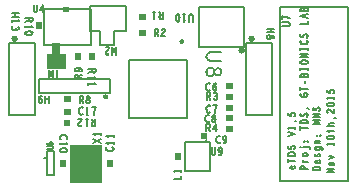
<source format=gto>
G04 ================== begin FILE IDENTIFICATION RECORD ==================*
G04 Layout Name:  C:/Users/msahadat3/Dropbox/GATech/eTDS_PCB/allegro/ETDS_PCB_V1_5.brd*
G04 Film Name:    SILKSCREEN_TOP*
G04 File Format:  Gerber RS274X*
G04 File Origin:  Cadence Allegro 16.6-2015-S056*
G04 Origin Date:  Wed Nov 11 17:54:27 2015*
G04 *
G04 Layer:  REF DES/SILKSCREEN_TOP*
G04 Layer:  PACKAGE GEOMETRY/SILKSCREEN_TOP*
G04 Layer:  BOARD GEOMETRY/SILKSCREEN_TOP*
G04 *
G04 Offset:    (0.00 0.00)*
G04 Mirror:    No*
G04 Mode:      Positive*
G04 Rotation:  0*
G04 FullContactRelief:  No*
G04 UndefLineWidth:     5.00*
G04 ================== end FILE IDENTIFICATION RECORD ====================*
%FSLAX25Y25*MOIN*%
%IR0*IPPOS*OFA0.00000B0.00000*MIA0B0*SFA1.00000B1.00000*%
%ADD10C,.005*%
G75*
%LPD*%
G75*
G36*
G01X761200Y1707250D02*
X759200D01*
Y1705050D01*
X761200D01*
Y1707250D01*
G37*
G36*
G01X753352Y1701808D02*
G03I-1114J0D01*
G37*
G36*
G01X769300Y1661300D02*
X767300D01*
Y1659100D01*
X769300D01*
Y1661300D01*
G37*
G36*
G01X770750Y1653900D02*
X781450D01*
Y1666500D01*
X770750D01*
Y1653900D01*
G37*
G36*
G01X770800Y1672700D02*
Y1674700D01*
X768600D01*
Y1672700D01*
X770800D01*
G37*
G36*
G01X768700Y1678400D02*
Y1676400D01*
X770900D01*
Y1678400D01*
X768700D01*
G37*
G36*
G01Y1682600D02*
Y1680600D01*
X770900D01*
Y1682600D01*
X768700D01*
G37*
G36*
G01X764800Y1696700D02*
Y1700400D01*
X767400D01*
Y1696700D01*
X769400D01*
Y1691800D01*
X762900D01*
Y1696700D01*
X764800D01*
G37*
G36*
G01X772400Y1694800D02*
X774400D01*
Y1697000D01*
X772400D01*
Y1694800D01*
G37*
G36*
G01X768500Y1712500D02*
Y1710700D01*
X770500D01*
Y1712500D01*
X768500D01*
G37*
G36*
G01X782900Y1659100D02*
X784900D01*
Y1661300D01*
X782900D01*
Y1659100D01*
G37*
G36*
G01X783416Y1682457D02*
G03I-880J0D01*
G37*
G36*
G01X778900Y1697000D02*
X776900D01*
Y1694800D01*
X778900D01*
Y1697000D01*
G37*
G36*
G01X793800Y1704800D02*
Y1702800D01*
X796000D01*
Y1704800D01*
X793800D01*
G37*
G36*
G01X796000Y1708100D02*
Y1710100D01*
X793800D01*
Y1708100D01*
X796000D01*
G37*
G36*
G01X805600Y1661500D02*
X807600D01*
Y1663700D01*
X805600D01*
Y1661500D01*
G37*
G36*
G01X808706Y1700900D02*
G03I-806J0D01*
G37*
G36*
G01X822700Y1672700D02*
Y1670700D01*
X824900D01*
Y1672700D01*
X822700D01*
G37*
G36*
G01X814250Y1670550D02*
Y1668550D01*
X816450D01*
Y1670550D01*
X814250D01*
G37*
G36*
G01X822700Y1679900D02*
Y1677900D01*
X824900D01*
Y1679900D01*
X822700D01*
G37*
G36*
G01Y1676300D02*
Y1674300D01*
X824900D01*
Y1676300D01*
X822700D01*
G37*
G36*
G01X816547Y1668000D02*
G03I-447J0D01*
G37*
G36*
G01X822700Y1683500D02*
Y1681500D01*
X824900D01*
Y1683500D01*
X822700D01*
G37*
G36*
G01Y1687100D02*
Y1685100D01*
X824900D01*
Y1687100D01*
X822700D01*
G37*
G36*
G01X832352Y1701808D02*
G03I-1114J0D01*
G37*
G36*
G01X829006Y1697926D02*
G03I-1113J0D01*
G37*
G54D10*
G01X759093Y1700569D02*
X750431D01*
Y1676553D01*
X759093D01*
Y1700569D01*
G01X763560Y1682900D02*
Y1680400D01*
G01X762440D02*
Y1682900D01*
G01Y1681650D02*
X763560D01*
G01X761253Y1682608D02*
X761067Y1682817D01*
X760853Y1682900D01*
X760640Y1682817D01*
X760453Y1682567D01*
X760320Y1682192D01*
X760267Y1681817D01*
Y1681358D01*
X760320Y1680983D01*
X760453Y1680650D01*
X760613Y1680483D01*
X760800Y1680400D01*
X761013Y1680483D01*
X761173Y1680650D01*
X761280Y1680900D01*
X761333Y1681233D01*
X761280Y1681525D01*
X761147Y1681817D01*
X760987Y1681983D01*
X760800Y1682025D01*
X760587Y1681942D01*
X760427Y1681733D01*
X760267Y1681358D01*
G01X755700Y1708633D02*
X758200D01*
Y1707967D01*
X758075Y1707753D01*
X757908Y1707620D01*
X757575Y1707567D01*
X757242Y1707620D01*
X757033Y1707780D01*
X756908Y1707967D01*
Y1708633D01*
G01Y1707967D02*
X755700Y1707567D01*
G01Y1705900D02*
X758200D01*
X757700Y1706220D01*
G01X755700D02*
Y1705580D01*
G01X758200Y1703700D02*
X758117Y1703913D01*
X757908Y1704073D01*
X757658Y1704180D01*
X757325Y1704260D01*
X756950Y1704287D01*
X756575Y1704260D01*
X756242Y1704180D01*
X755992Y1704073D01*
X755783Y1703913D01*
X755700Y1703700D01*
X755783Y1703487D01*
X755992Y1703327D01*
X756242Y1703220D01*
X756575Y1703140D01*
X756950Y1703113D01*
X757325Y1703140D01*
X757658Y1703220D01*
X757908Y1703327D01*
X758117Y1703487D01*
X758200Y1703700D01*
G01X751200Y1710360D02*
X753700D01*
G01Y1709240D02*
X751200D01*
G01X752450D02*
Y1710360D01*
G01X751200Y1707600D02*
X753700D01*
X753200Y1707920D01*
G01X751200D02*
Y1707280D01*
G01X751700Y1705987D02*
X751408Y1705827D01*
X751242Y1705613D01*
X751200Y1705373D01*
X751242Y1705160D01*
X751450Y1704947D01*
X751700Y1704813D01*
X751950Y1704787D01*
X752242Y1704840D01*
X752450Y1705027D01*
X752533Y1705213D01*
Y1705453D01*
G01Y1705213D02*
X752658Y1705053D01*
X752867Y1704920D01*
X753117Y1704867D01*
X753367Y1704920D01*
X753575Y1705053D01*
X753700Y1705293D01*
X753658Y1705533D01*
X753492Y1705773D01*
G01X758613Y1713100D02*
Y1711308D01*
X758720Y1710933D01*
X758933Y1710683D01*
X759200Y1710600D01*
X759467Y1710683D01*
X759680Y1710933D01*
X759787Y1711308D01*
Y1713100D01*
G01X761720Y1710600D02*
Y1713100D01*
X760733Y1711308D01*
X762067D01*
G01X769592Y1668513D02*
X769717Y1668673D01*
X769800Y1668860D01*
Y1669073D01*
X769675Y1669313D01*
X769467Y1669500D01*
X769217Y1669633D01*
X768800Y1669740D01*
X768425Y1669767D01*
X768050Y1669713D01*
X767800Y1669633D01*
X767550Y1669473D01*
X767383Y1669287D01*
X767300Y1669100D01*
Y1668913D01*
X767383Y1668727D01*
X767508Y1668567D01*
X767675Y1668433D01*
G01X767300Y1666900D02*
X769800D01*
X769300Y1667220D01*
G01X767300D02*
Y1666580D01*
G01X769800Y1664700D02*
X769717Y1664913D01*
X769508Y1665073D01*
X769258Y1665180D01*
X768925Y1665260D01*
X768550Y1665287D01*
X768175Y1665260D01*
X767842Y1665180D01*
X767592Y1665073D01*
X767383Y1664913D01*
X767300Y1664700D01*
X767383Y1664487D01*
X767592Y1664327D01*
X767842Y1664220D01*
X768175Y1664140D01*
X768550Y1664113D01*
X768925Y1664140D01*
X769258Y1664220D01*
X769508Y1664327D01*
X769717Y1664487D01*
X769800Y1664700D01*
G01X762333Y1661980D02*
Y1662460D01*
G01X761900Y1662200D02*
X762767D01*
G01X763000Y1665160D02*
X764433D01*
X764733Y1665240D01*
X764933Y1665400D01*
X765000Y1665600D01*
X764933Y1665800D01*
X764733Y1665960D01*
X764433Y1666040D01*
X763000D01*
G01X764700Y1666460D02*
X764867Y1666580D01*
X764967Y1666720D01*
X765000Y1666900D01*
X764933Y1667080D01*
X764800Y1667220D01*
X764567Y1667320D01*
X764300Y1667340D01*
X764033Y1667300D01*
X763867Y1667200D01*
X763733Y1667060D01*
X763700Y1666920D01*
X763733Y1666780D01*
X763867Y1666600D01*
X763000Y1666660D01*
Y1667200D01*
G01X762900Y1656400D02*
X765500D01*
Y1664500D01*
X762900D01*
Y1656400D01*
G01X778933Y1675200D02*
Y1672700D01*
X778267D01*
X778053Y1672825D01*
X777920Y1672992D01*
X777867Y1673325D01*
X777920Y1673658D01*
X778080Y1673867D01*
X778267Y1673992D01*
X778933D01*
G01X778267D02*
X777867Y1675200D01*
G01X776200D02*
Y1672700D01*
X776520Y1673200D01*
G01Y1675200D02*
X775880D01*
G01X774507Y1673117D02*
X774347Y1672867D01*
X774160Y1672742D01*
X773947Y1672700D01*
X773680Y1672783D01*
X773493Y1672992D01*
X773440Y1673242D01*
X773467Y1673492D01*
X773573Y1673700D01*
X774107Y1674117D01*
X774347Y1674408D01*
X774507Y1674825D01*
X774560Y1675200D01*
X773440D01*
G01X774700Y1688767D02*
X772200D01*
Y1689433D01*
X772325Y1689647D01*
X772492Y1689780D01*
X772825Y1689833D01*
X773158Y1689780D01*
X773367Y1689620D01*
X773492Y1689433D01*
Y1688767D01*
G01Y1689433D02*
X774700Y1689833D01*
G01X774408Y1691047D02*
X774617Y1691233D01*
X774700Y1691447D01*
X774617Y1691660D01*
X774367Y1691847D01*
X773992Y1691980D01*
X773617Y1692033D01*
X773158D01*
X772783Y1691980D01*
X772450Y1691847D01*
X772283Y1691687D01*
X772200Y1691500D01*
X772283Y1691287D01*
X772450Y1691127D01*
X772700Y1691020D01*
X773033Y1690967D01*
X773325Y1691020D01*
X773617Y1691153D01*
X773783Y1691313D01*
X773825Y1691500D01*
X773742Y1691713D01*
X773533Y1691873D01*
X773158Y1692033D01*
G01X763607Y1688900D02*
Y1691400D01*
X764300Y1689317D01*
X764993Y1691400D01*
Y1688900D01*
G01X766500D02*
Y1691400D01*
X766180Y1690900D01*
G01Y1688900D02*
X766820D01*
G01X784111Y1683638D02*
Y1688362D01*
X760489D01*
Y1683638D01*
X784111D01*
G01X762000Y1711800D02*
Y1699800D01*
X777600D01*
Y1711800D01*
X762000D01*
G01X782908Y1665587D02*
X782783Y1665427D01*
X782700Y1665240D01*
Y1665027D01*
X782825Y1664787D01*
X783033Y1664600D01*
X783283Y1664467D01*
X783700Y1664360D01*
X784075Y1664333D01*
X784450Y1664387D01*
X784700Y1664467D01*
X784950Y1664627D01*
X785117Y1664813D01*
X785200Y1665000D01*
Y1665187D01*
X785117Y1665373D01*
X784992Y1665533D01*
X784825Y1665667D01*
G01X785200Y1667200D02*
X782700D01*
X783200Y1666880D01*
G01X785200D02*
Y1667520D01*
G01Y1669400D02*
X782700D01*
X783200Y1669080D01*
G01X785200D02*
Y1669720D01*
G01X773967Y1680300D02*
Y1682800D01*
X774633D01*
X774847Y1682675D01*
X774980Y1682508D01*
X775033Y1682175D01*
X774980Y1681842D01*
X774820Y1681633D01*
X774633Y1681508D01*
X773967D01*
G01X774633D02*
X775033Y1680300D01*
G01X776700D02*
X776887Y1680342D01*
X777100Y1680467D01*
X777233Y1680675D01*
X777287Y1680967D01*
X777233Y1681258D01*
X777073Y1681508D01*
X776833Y1681633D01*
X776567D01*
X776407Y1681717D01*
X776273Y1681925D01*
X776220Y1682217D01*
X776300Y1682508D01*
X776487Y1682717D01*
X776700Y1682800D01*
X776913Y1682717D01*
X777100Y1682508D01*
X777180Y1682217D01*
X777127Y1681925D01*
X776993Y1681717D01*
X776833Y1681633D01*
X776567D01*
X776327Y1681508D01*
X776167Y1681258D01*
X776113Y1680967D01*
X776167Y1680675D01*
X776300Y1680467D01*
X776513Y1680342D01*
X776700Y1680300D01*
G01X774887Y1678792D02*
X774727Y1678917D01*
X774540Y1679000D01*
X774327D01*
X774087Y1678875D01*
X773900Y1678667D01*
X773767Y1678417D01*
X773660Y1678000D01*
X773633Y1677625D01*
X773687Y1677250D01*
X773767Y1677000D01*
X773927Y1676750D01*
X774113Y1676583D01*
X774300Y1676500D01*
X774487D01*
X774673Y1676583D01*
X774833Y1676708D01*
X774967Y1676875D01*
G01X776500Y1676500D02*
Y1679000D01*
X776180Y1678500D01*
G01Y1676500D02*
X776820D01*
G01X778647D02*
X778700Y1677042D01*
X778780Y1677500D01*
X778887Y1677917D01*
X779020Y1678375D01*
X779233Y1679000D01*
X778167D01*
G01X780850Y1667240D02*
X778350Y1668360D01*
G01Y1667240D02*
X780850Y1668360D01*
G01Y1670000D02*
X778350D01*
X778850Y1669680D01*
G01X780850D02*
Y1670320D01*
G01X776700Y1691633D02*
X779200D01*
Y1690967D01*
X779075Y1690753D01*
X778908Y1690620D01*
X778575Y1690567D01*
X778242Y1690620D01*
X778033Y1690780D01*
X777908Y1690967D01*
Y1691633D01*
G01Y1690967D02*
X776700Y1690567D01*
G01Y1688900D02*
X779200D01*
X778700Y1689220D01*
G01X776700D02*
Y1688580D01*
G01Y1686700D02*
X779200D01*
X778700Y1687020D01*
G01X776700D02*
Y1686380D01*
G01X785993Y1699000D02*
Y1696500D01*
X785300Y1698583D01*
X784607Y1696500D01*
Y1699000D01*
G01X783607Y1696917D02*
X783447Y1696667D01*
X783260Y1696542D01*
X783047Y1696500D01*
X782780Y1696583D01*
X782593Y1696792D01*
X782540Y1697042D01*
X782567Y1697292D01*
X782673Y1697500D01*
X783207Y1697917D01*
X783447Y1698208D01*
X783607Y1698625D01*
X783660Y1699000D01*
X782540D01*
G01X785500Y1704450D02*
Y1699650D01*
X780800D01*
Y1704550D01*
X777200D01*
Y1712650D01*
X789200D01*
Y1704450D01*
X785500D01*
G01X790350Y1694650D02*
Y1675350D01*
X809650D01*
Y1694650D01*
X790350D01*
G01X798967Y1702600D02*
Y1705100D01*
X799633D01*
X799847Y1704975D01*
X799980Y1704808D01*
X800033Y1704475D01*
X799980Y1704142D01*
X799820Y1703933D01*
X799633Y1703808D01*
X798967D01*
G01X799633D02*
X800033Y1702600D01*
G01X801193Y1704683D02*
X801353Y1704933D01*
X801540Y1705058D01*
X801753Y1705100D01*
X802020Y1705017D01*
X802207Y1704808D01*
X802260Y1704558D01*
X802233Y1704308D01*
X802127Y1704100D01*
X801593Y1703683D01*
X801353Y1703392D01*
X801193Y1702975D01*
X801140Y1702600D01*
X802260D01*
G01X801533Y1710800D02*
Y1708300D01*
X800867D01*
X800653Y1708425D01*
X800520Y1708592D01*
X800467Y1708925D01*
X800520Y1709258D01*
X800680Y1709467D01*
X800867Y1709592D01*
X801533D01*
G01X800867D02*
X800467Y1710800D01*
G01X798800D02*
Y1708300D01*
X799120Y1708800D01*
G01Y1710800D02*
X798480D01*
G01X805200Y1655067D02*
X807700D01*
Y1656133D01*
G01Y1657800D02*
X805200D01*
X805700Y1657480D01*
G01X807700D02*
Y1658120D01*
G01X809000Y1667500D02*
Y1657700D01*
X817400D01*
Y1667500D01*
X809000D01*
G01X811587Y1707500D02*
Y1709292D01*
X811480Y1709667D01*
X811267Y1709917D01*
X811000Y1710000D01*
X810733Y1709917D01*
X810520Y1709667D01*
X810413Y1709292D01*
Y1707500D01*
G01X808800Y1710000D02*
Y1707500D01*
X809120Y1708000D01*
G01Y1710000D02*
X808480D01*
G01X806600Y1707500D02*
X806813Y1707583D01*
X806973Y1707792D01*
X807080Y1708042D01*
X807160Y1708375D01*
X807187Y1708750D01*
X807160Y1709125D01*
X807080Y1709458D01*
X806973Y1709708D01*
X806813Y1709917D01*
X806600Y1710000D01*
X806387Y1709917D01*
X806227Y1709708D01*
X806120Y1709458D01*
X806040Y1709125D01*
X806013Y1708750D01*
X806040Y1708375D01*
X806120Y1708042D01*
X806227Y1707792D01*
X806387Y1707583D01*
X806600Y1707500D01*
G01X820687Y1669292D02*
X820527Y1669417D01*
X820340Y1669500D01*
X820127D01*
X819887Y1669375D01*
X819700Y1669167D01*
X819567Y1668917D01*
X819460Y1668500D01*
X819433Y1668125D01*
X819487Y1667750D01*
X819567Y1667500D01*
X819727Y1667250D01*
X819913Y1667083D01*
X820100Y1667000D01*
X820287D01*
X820473Y1667083D01*
X820633Y1667208D01*
X820767Y1667375D01*
G01X821847Y1667292D02*
X822033Y1667083D01*
X822247Y1667000D01*
X822460Y1667083D01*
X822647Y1667333D01*
X822780Y1667708D01*
X822833Y1668083D01*
Y1668542D01*
X822780Y1668917D01*
X822647Y1669250D01*
X822487Y1669417D01*
X822300Y1669500D01*
X822087Y1669417D01*
X821927Y1669250D01*
X821820Y1669000D01*
X821767Y1668667D01*
X821820Y1668375D01*
X821953Y1668083D01*
X822113Y1667917D01*
X822300Y1667875D01*
X822513Y1667958D01*
X822673Y1668167D01*
X822833Y1668542D01*
G01X817913Y1665600D02*
Y1663808D01*
X818020Y1663433D01*
X818233Y1663183D01*
X818500Y1663100D01*
X818767Y1663183D01*
X818980Y1663433D01*
X819087Y1663808D01*
Y1665600D01*
G01X820247Y1663392D02*
X820433Y1663183D01*
X820647Y1663100D01*
X820860Y1663183D01*
X821047Y1663433D01*
X821180Y1663808D01*
X821233Y1664183D01*
Y1664642D01*
X821180Y1665017D01*
X821047Y1665350D01*
X820887Y1665517D01*
X820700Y1665600D01*
X820487Y1665517D01*
X820327Y1665350D01*
X820220Y1665100D01*
X820167Y1664767D01*
X820220Y1664475D01*
X820353Y1664183D01*
X820513Y1664017D01*
X820700Y1663975D01*
X820913Y1664058D01*
X821073Y1664267D01*
X821233Y1664642D01*
G01X816167Y1671000D02*
Y1673500D01*
X816833D01*
X817047Y1673375D01*
X817180Y1673208D01*
X817233Y1672875D01*
X817180Y1672542D01*
X817020Y1672333D01*
X816833Y1672208D01*
X816167D01*
G01X816833D02*
X817233Y1671000D01*
G01X819220D02*
Y1673500D01*
X818233Y1671708D01*
X819567D01*
G01X817387Y1679492D02*
X817227Y1679617D01*
X817040Y1679700D01*
X816827D01*
X816587Y1679575D01*
X816400Y1679367D01*
X816267Y1679117D01*
X816160Y1678700D01*
X816133Y1678325D01*
X816187Y1677950D01*
X816267Y1677700D01*
X816427Y1677450D01*
X816613Y1677283D01*
X816800Y1677200D01*
X816987D01*
X817173Y1677283D01*
X817333Y1677408D01*
X817467Y1677575D01*
G01X818947Y1677200D02*
X819000Y1677742D01*
X819080Y1678200D01*
X819187Y1678617D01*
X819320Y1679075D01*
X819533Y1679700D01*
X818467D01*
G01X816987Y1676292D02*
X816827Y1676417D01*
X816640Y1676500D01*
X816427D01*
X816187Y1676375D01*
X816000Y1676167D01*
X815867Y1675917D01*
X815760Y1675500D01*
X815733Y1675125D01*
X815787Y1674750D01*
X815867Y1674500D01*
X816027Y1674250D01*
X816213Y1674083D01*
X816400Y1674000D01*
X816587D01*
X816773Y1674083D01*
X816933Y1674208D01*
X817067Y1674375D01*
G01X818600Y1674000D02*
X818787Y1674042D01*
X819000Y1674167D01*
X819133Y1674375D01*
X819187Y1674667D01*
X819133Y1674958D01*
X818973Y1675208D01*
X818733Y1675333D01*
X818467D01*
X818307Y1675417D01*
X818173Y1675625D01*
X818120Y1675917D01*
X818200Y1676208D01*
X818387Y1676417D01*
X818600Y1676500D01*
X818813Y1676417D01*
X819000Y1676208D01*
X819080Y1675917D01*
X819027Y1675625D01*
X818893Y1675417D01*
X818733Y1675333D01*
X818467D01*
X818227Y1675208D01*
X818067Y1674958D01*
X818013Y1674667D01*
X818067Y1674375D01*
X818200Y1674167D01*
X818413Y1674042D01*
X818600Y1674000D01*
G01X816367Y1681500D02*
Y1684000D01*
X817033D01*
X817247Y1683875D01*
X817380Y1683708D01*
X817433Y1683375D01*
X817380Y1683042D01*
X817220Y1682833D01*
X817033Y1682708D01*
X816367D01*
G01X817033D02*
X817433Y1681500D01*
G01X818513Y1682000D02*
X818673Y1681708D01*
X818887Y1681542D01*
X819127Y1681500D01*
X819340Y1681542D01*
X819553Y1681750D01*
X819687Y1682000D01*
X819713Y1682250D01*
X819660Y1682542D01*
X819473Y1682750D01*
X819287Y1682833D01*
X819047D01*
G01X819287D02*
X819447Y1682958D01*
X819580Y1683167D01*
X819633Y1683417D01*
X819580Y1683667D01*
X819447Y1683875D01*
X819207Y1684000D01*
X818967Y1683958D01*
X818727Y1683792D01*
G01X817287Y1686792D02*
X817127Y1686917D01*
X816940Y1687000D01*
X816727D01*
X816487Y1686875D01*
X816300Y1686667D01*
X816167Y1686417D01*
X816060Y1686000D01*
X816033Y1685625D01*
X816087Y1685250D01*
X816167Y1685000D01*
X816327Y1684750D01*
X816513Y1684583D01*
X816700Y1684500D01*
X816887D01*
X817073Y1684583D01*
X817233Y1684708D01*
X817367Y1684875D01*
G01X818393Y1685542D02*
X818580Y1685833D01*
X818740Y1686000D01*
X818953Y1686083D01*
X819140Y1686000D01*
X819273Y1685833D01*
X819380Y1685583D01*
X819407Y1685292D01*
X819380Y1685042D01*
X819273Y1684792D01*
X819113Y1684583D01*
X818927Y1684500D01*
X818713Y1684583D01*
X818527Y1684833D01*
X818420Y1685208D01*
X818393Y1685625D01*
X818447Y1686167D01*
X818527Y1686458D01*
X818660Y1686750D01*
X818847Y1686958D01*
X819033Y1687000D01*
X819220Y1686917D01*
X819353Y1686708D01*
G01X821100Y1697293D02*
X817517D01*
X816767Y1697040D01*
X816267Y1696533D01*
X816100Y1695900D01*
X816267Y1695267D01*
X816767Y1694760D01*
X817517Y1694507D01*
X821100D01*
G01X816100Y1690800D02*
X816183Y1690357D01*
X816433Y1689850D01*
X816850Y1689533D01*
X817433Y1689407D01*
X818017Y1689533D01*
X818517Y1689913D01*
X818767Y1690483D01*
Y1691117D01*
X818933Y1691497D01*
X819350Y1691813D01*
X819933Y1691940D01*
X820517Y1691750D01*
X820933Y1691307D01*
X821100Y1690800D01*
X820933Y1690293D01*
X820517Y1689850D01*
X819933Y1689660D01*
X819350Y1689787D01*
X818933Y1690103D01*
X818767Y1690483D01*
Y1691117D01*
X818517Y1691687D01*
X818017Y1692067D01*
X817433Y1692193D01*
X816850Y1692067D01*
X816433Y1691750D01*
X816183Y1691243D01*
X816100Y1690800D01*
G01X828680Y1699107D02*
Y1712493D01*
X813720D01*
Y1699107D01*
X828680D01*
G01X838093Y1700569D02*
X829431D01*
Y1676553D01*
X838093D01*
Y1700569D01*
G01X836300Y1705160D02*
X838800D01*
G01Y1704040D02*
X836300D01*
G01X837550D02*
Y1705160D01*
G01X836300Y1702400D02*
X836342Y1702213D01*
X836467Y1702000D01*
X836675Y1701867D01*
X836967Y1701813D01*
X837258Y1701867D01*
X837508Y1702027D01*
X837633Y1702267D01*
Y1702533D01*
X837717Y1702693D01*
X837925Y1702827D01*
X838217Y1702880D01*
X838508Y1702800D01*
X838717Y1702613D01*
X838800Y1702400D01*
X838717Y1702187D01*
X838508Y1702000D01*
X838217Y1701920D01*
X837925Y1701973D01*
X837717Y1702107D01*
X837633Y1702267D01*
Y1702533D01*
X837508Y1702773D01*
X837258Y1702933D01*
X836967Y1702987D01*
X836675Y1702933D01*
X836467Y1702800D01*
X836342Y1702587D01*
X836300Y1702400D01*
G01X844675Y1658600D02*
Y1659453D01*
X844383Y1659373D01*
X844217Y1659240D01*
X844133Y1659053D01*
X844175Y1658867D01*
X844300Y1658707D01*
X844592Y1658600D01*
X844842Y1658547D01*
X845092D01*
X845342Y1658600D01*
X845592Y1658733D01*
X845758Y1658893D01*
X845800Y1659080D01*
X845717Y1659267D01*
X845467Y1659453D01*
G01X843300Y1661200D02*
X845800D01*
G01X843300Y1660587D02*
Y1661813D01*
G01X845800Y1662813D02*
X843300D01*
Y1663347D01*
X843425Y1663560D01*
X843592Y1663720D01*
X843842Y1663853D01*
X844133Y1663960D01*
X844550Y1663987D01*
X844967Y1663960D01*
X845258Y1663853D01*
X845508Y1663720D01*
X845675Y1663560D01*
X845800Y1663347D01*
Y1662813D01*
G01X845467Y1665040D02*
X845675Y1665253D01*
X845800Y1665493D01*
Y1665707D01*
X845675Y1665920D01*
X845467Y1666080D01*
X845175Y1666160D01*
X844883Y1666107D01*
X844633Y1665973D01*
X844467Y1665733D01*
X844383Y1665413D01*
X844217Y1665227D01*
X843925Y1665147D01*
X843633Y1665200D01*
X843425Y1665333D01*
X843300Y1665520D01*
Y1665707D01*
X843383Y1665893D01*
X843592Y1666053D01*
G01X843300Y1669333D02*
X845800Y1670000D01*
X843300Y1670667D01*
G01X845800Y1672200D02*
X843300D01*
X843800Y1671880D01*
G01X845800D02*
Y1672520D01*
G01X845883Y1674400D02*
X845842Y1674347D01*
X845758D01*
X845717Y1674400D01*
X845758Y1674453D01*
X845842D01*
X845883Y1674400D01*
G01X845425Y1676013D02*
X845633Y1676173D01*
X845758Y1676360D01*
X845800Y1676600D01*
X845717Y1676840D01*
X845550Y1677027D01*
X845258Y1677160D01*
X844925Y1677187D01*
X844592Y1677133D01*
X844383Y1677000D01*
X844217Y1676813D01*
X844175Y1676627D01*
X844217Y1676440D01*
X844383Y1676200D01*
X843300Y1676280D01*
Y1677000D01*
G01X849900Y1658267D02*
X847400D01*
Y1658907D01*
X847525Y1659120D01*
X847817Y1659280D01*
X848150Y1659333D01*
X848483Y1659280D01*
X848733Y1659147D01*
X848858Y1658907D01*
Y1658267D01*
G01X849900Y1660627D02*
X848233D01*
G01X848567D02*
X848400Y1660760D01*
X848275Y1660893D01*
X848233Y1661080D01*
X848275Y1661213D01*
X848400Y1661373D01*
G01X849900Y1663200D02*
X849858Y1663040D01*
X849692Y1662880D01*
X849400Y1662773D01*
X849067Y1662720D01*
X848733Y1662773D01*
X848442Y1662880D01*
X848275Y1663040D01*
X848233Y1663200D01*
X848275Y1663360D01*
X848442Y1663520D01*
X848733Y1663627D01*
X849067Y1663653D01*
X849400Y1663627D01*
X849692Y1663520D01*
X849858Y1663360D01*
X849900Y1663200D01*
G01X850525Y1664973D02*
X850692Y1665160D01*
X850733Y1665320D01*
X850650Y1665533D01*
X850442Y1665693D01*
X850067Y1665773D01*
X848233D01*
G01X847567D02*
X847525Y1665720D01*
X847442D01*
X847400Y1665773D01*
X847442Y1665827D01*
X847525D01*
X847567Y1665773D01*
G01X849983Y1667600D02*
X849942Y1667547D01*
X849858D01*
X849817Y1667600D01*
X849858Y1667653D01*
X849942D01*
X849983Y1667600D01*
G01X848858D02*
X848817Y1667547D01*
X848733D01*
X848692Y1667600D01*
X848733Y1667653D01*
X848817D01*
X848858Y1667600D01*
G01X847400Y1672000D02*
X849900D01*
G01X847400Y1671387D02*
Y1672613D01*
G01X849900Y1673613D02*
X847400D01*
Y1674147D01*
X847525Y1674360D01*
X847692Y1674520D01*
X847942Y1674653D01*
X848233Y1674760D01*
X848650Y1674787D01*
X849067Y1674760D01*
X849358Y1674653D01*
X849608Y1674520D01*
X849775Y1674360D01*
X849900Y1674147D01*
Y1673613D01*
G01X849567Y1675840D02*
X849775Y1676053D01*
X849900Y1676293D01*
Y1676507D01*
X849775Y1676720D01*
X849567Y1676880D01*
X849275Y1676960D01*
X848983Y1676907D01*
X848733Y1676773D01*
X848567Y1676533D01*
X848483Y1676213D01*
X848317Y1676027D01*
X848025Y1675947D01*
X847733Y1676000D01*
X847525Y1676133D01*
X847400Y1676320D01*
Y1676507D01*
X847483Y1676693D01*
X847692Y1676853D01*
G01X850358Y1678547D02*
X849817Y1678653D01*
G01X848650Y1683160D02*
Y1683693D01*
X849400D01*
X849650Y1683533D01*
X849817Y1683347D01*
X849900Y1683080D01*
X849817Y1682813D01*
X849650Y1682627D01*
X849400Y1682467D01*
X849108Y1682360D01*
X848775Y1682307D01*
X848483D01*
X848233Y1682360D01*
X847942Y1682467D01*
X847692Y1682627D01*
X847525Y1682787D01*
X847400Y1683000D01*
Y1683187D01*
X847483Y1683400D01*
X847650Y1683560D01*
G01X847400Y1685200D02*
X849900D01*
G01X847400Y1684587D02*
Y1685813D01*
G01X849067Y1687053D02*
Y1687747D01*
G01X848567Y1689813D02*
X848442Y1689920D01*
X848233Y1690000D01*
X847942Y1690053D01*
X847692Y1690000D01*
X847525Y1689893D01*
X847400Y1689707D01*
Y1688987D01*
X849900D01*
Y1689867D01*
X849733Y1690053D01*
X849483Y1690160D01*
X849192Y1690213D01*
X848900Y1690160D01*
X848650Y1690000D01*
X848567Y1689813D01*
Y1688987D01*
G01X847400Y1691480D02*
Y1692120D01*
G01Y1691800D02*
X849900D01*
G01Y1691480D02*
Y1692120D01*
G01Y1694000D02*
X849858Y1693787D01*
X849692Y1693600D01*
X849442Y1693440D01*
X849150Y1693333D01*
X848817Y1693280D01*
X848483D01*
X848150Y1693333D01*
X847858Y1693440D01*
X847608Y1693600D01*
X847442Y1693787D01*
X847400Y1694000D01*
X847442Y1694213D01*
X847608Y1694400D01*
X847858Y1694560D01*
X848150Y1694667D01*
X848483Y1694720D01*
X848817D01*
X849150Y1694667D01*
X849442Y1694560D01*
X849692Y1694400D01*
X849858Y1694213D01*
X849900Y1694000D01*
G01Y1695587D02*
X847400D01*
X849900Y1696813D01*
X847400D01*
G01Y1698080D02*
Y1698720D01*
G01Y1698400D02*
X849900D01*
G01Y1698080D02*
Y1698720D01*
G01X847608Y1701187D02*
X847483Y1701027D01*
X847400Y1700840D01*
Y1700627D01*
X847525Y1700387D01*
X847733Y1700200D01*
X847983Y1700067D01*
X848400Y1699960D01*
X848775Y1699933D01*
X849150Y1699987D01*
X849400Y1700067D01*
X849650Y1700227D01*
X849817Y1700413D01*
X849900Y1700600D01*
Y1700787D01*
X849817Y1700973D01*
X849692Y1701133D01*
X849525Y1701267D01*
G01X849567Y1702240D02*
X849775Y1702453D01*
X849900Y1702693D01*
Y1702907D01*
X849775Y1703120D01*
X849567Y1703280D01*
X849275Y1703360D01*
X848983Y1703307D01*
X848733Y1703173D01*
X848567Y1702933D01*
X848483Y1702613D01*
X848317Y1702427D01*
X848025Y1702347D01*
X847733Y1702400D01*
X847525Y1702533D01*
X847400Y1702720D01*
Y1702907D01*
X847483Y1703093D01*
X847692Y1703253D01*
G01X847400Y1706667D02*
X849900D01*
Y1707733D01*
G01Y1708733D02*
X847400Y1709400D01*
X849900Y1710067D01*
G01X849025Y1709827D02*
Y1708973D01*
G01X848567Y1711813D02*
X848442Y1711920D01*
X848233Y1712000D01*
X847942Y1712053D01*
X847692Y1712000D01*
X847525Y1711893D01*
X847400Y1711707D01*
Y1710987D01*
X849900D01*
Y1711867D01*
X849733Y1712053D01*
X849483Y1712160D01*
X849192Y1712213D01*
X848900Y1712160D01*
X848650Y1712000D01*
X848567Y1711813D01*
Y1710987D01*
G01X854100Y1658013D02*
X851600D01*
Y1658547D01*
X851725Y1658760D01*
X851892Y1658920D01*
X852142Y1659053D01*
X852433Y1659160D01*
X852850Y1659187D01*
X853267Y1659160D01*
X853558Y1659053D01*
X853808Y1658920D01*
X853975Y1658760D01*
X854100Y1658547D01*
Y1658013D01*
G01X852975Y1660400D02*
Y1661253D01*
X852683Y1661173D01*
X852517Y1661040D01*
X852433Y1660853D01*
X852475Y1660667D01*
X852600Y1660507D01*
X852892Y1660400D01*
X853142Y1660347D01*
X853392D01*
X853642Y1660400D01*
X853892Y1660533D01*
X854058Y1660693D01*
X854100Y1660880D01*
X854017Y1661067D01*
X853767Y1661253D01*
G01X853808Y1662600D02*
X853975Y1662733D01*
X854100Y1662920D01*
Y1663080D01*
X854017Y1663240D01*
X853892Y1663347D01*
X853725Y1663400D01*
X853475Y1663373D01*
X853350Y1663267D01*
X853100Y1662787D01*
X852808Y1662680D01*
X852600Y1662733D01*
X852475Y1662840D01*
X852433Y1663000D01*
X852475Y1663160D01*
X852600Y1663320D01*
G01X854725Y1664827D02*
X854892Y1665013D01*
X854933Y1665227D01*
X854892Y1665413D01*
X854683Y1665573D01*
X854392Y1665680D01*
X852433D01*
G01X852767D02*
X852600Y1665573D01*
X852475Y1665413D01*
X852433Y1665227D01*
X852517Y1665013D01*
X852683Y1664880D01*
X852975Y1664773D01*
X853267Y1664720D01*
X853517Y1664747D01*
X853808Y1664853D01*
X854017Y1665013D01*
X854100Y1665227D01*
X854058Y1665387D01*
X853892Y1665573D01*
X853725Y1665680D01*
G01X854100Y1666947D02*
X852433D01*
G01X852850D02*
X852642Y1667053D01*
X852475Y1667213D01*
X852433Y1667427D01*
X852475Y1667613D01*
X852642Y1667773D01*
X852933Y1667853D01*
X854100D01*
G01X854183Y1669600D02*
X854142Y1669547D01*
X854058D01*
X854017Y1669600D01*
X854058Y1669653D01*
X854142D01*
X854183Y1669600D01*
G01X853058D02*
X853017Y1669547D01*
X852933D01*
X852892Y1669600D01*
X852933Y1669653D01*
X853017D01*
X853058Y1669600D01*
G01X854100Y1673307D02*
X851600D01*
X853683Y1674000D01*
X851600Y1674693D01*
X854100D01*
G01Y1675587D02*
X851600D01*
X854100Y1676813D01*
X851600D01*
G01X853767Y1677840D02*
X853975Y1678053D01*
X854100Y1678293D01*
Y1678507D01*
X853975Y1678720D01*
X853767Y1678880D01*
X853475Y1678960D01*
X853183Y1678907D01*
X852933Y1678773D01*
X852767Y1678533D01*
X852683Y1678213D01*
X852517Y1678027D01*
X852225Y1677947D01*
X851933Y1678000D01*
X851725Y1678133D01*
X851600Y1678320D01*
Y1678507D01*
X851683Y1678693D01*
X851892Y1678853D01*
G01X863300Y1654300D02*
X840600D01*
Y1712400D01*
X863300D01*
Y1654300D01*
G01X841500Y1706113D02*
X843292D01*
X843667Y1706220D01*
X843917Y1706433D01*
X844000Y1706700D01*
X843917Y1706967D01*
X843667Y1707180D01*
X843292Y1707287D01*
X841500D01*
G01X844000Y1708847D02*
X843458Y1708900D01*
X843000Y1708980D01*
X842583Y1709087D01*
X842125Y1709220D01*
X841500Y1709433D01*
Y1708367D01*
G01X858800Y1657287D02*
X856300D01*
X858800Y1658513D01*
X856300D01*
G01X858800Y1660100D02*
X858758Y1659940D01*
X858592Y1659780D01*
X858300Y1659673D01*
X857967Y1659620D01*
X857633Y1659673D01*
X857342Y1659780D01*
X857175Y1659940D01*
X857133Y1660100D01*
X857175Y1660260D01*
X857342Y1660420D01*
X857633Y1660527D01*
X857967Y1660553D01*
X858300Y1660527D01*
X858592Y1660420D01*
X858758Y1660260D01*
X858800Y1660100D01*
G01X857133Y1661820D02*
X858800Y1662300D01*
X857133Y1662780D01*
G01X858800Y1666700D02*
X856300D01*
X856800Y1666380D01*
G01X858800D02*
Y1667020D01*
G01X856300Y1668900D02*
X856383Y1668687D01*
X856592Y1668527D01*
X856842Y1668420D01*
X857175Y1668340D01*
X857550Y1668313D01*
X857925Y1668340D01*
X858258Y1668420D01*
X858508Y1668527D01*
X858717Y1668687D01*
X858800Y1668900D01*
X858717Y1669113D01*
X858508Y1669273D01*
X858258Y1669380D01*
X857925Y1669460D01*
X857550Y1669487D01*
X857175Y1669460D01*
X856842Y1669380D01*
X856592Y1669273D01*
X856383Y1669113D01*
X856300Y1668900D01*
G01Y1671100D02*
X858800D01*
G01X857133Y1670727D02*
Y1671473D01*
G01X858800Y1672847D02*
X856300D01*
G01X857508D02*
X857300Y1672980D01*
X857175Y1673113D01*
X857133Y1673327D01*
X857175Y1673487D01*
X857342Y1673673D01*
X857592Y1673753D01*
X858800D01*
G01X859258Y1675447D02*
X858717Y1675553D01*
G01X856717Y1677193D02*
X856467Y1677353D01*
X856342Y1677540D01*
X856300Y1677753D01*
X856383Y1678020D01*
X856592Y1678207D01*
X856842Y1678260D01*
X857092Y1678233D01*
X857300Y1678127D01*
X857717Y1677593D01*
X858008Y1677353D01*
X858425Y1677193D01*
X858800Y1677140D01*
Y1678260D01*
G01X856300Y1679900D02*
X856383Y1679687D01*
X856592Y1679527D01*
X856842Y1679420D01*
X857175Y1679340D01*
X857550Y1679313D01*
X857925Y1679340D01*
X858258Y1679420D01*
X858508Y1679527D01*
X858717Y1679687D01*
X858800Y1679900D01*
X858717Y1680113D01*
X858508Y1680273D01*
X858258Y1680380D01*
X857925Y1680460D01*
X857550Y1680487D01*
X857175Y1680460D01*
X856842Y1680380D01*
X856592Y1680273D01*
X856383Y1680113D01*
X856300Y1679900D01*
G01X858800Y1682100D02*
X856300D01*
X856800Y1681780D01*
G01X858800D02*
Y1682420D01*
G01X858425Y1683713D02*
X858633Y1683873D01*
X858758Y1684060D01*
X858800Y1684300D01*
X858717Y1684540D01*
X858550Y1684727D01*
X858258Y1684860D01*
X857925Y1684887D01*
X857592Y1684833D01*
X857383Y1684700D01*
X857217Y1684513D01*
X857175Y1684327D01*
X857217Y1684140D01*
X857383Y1683900D01*
X856300Y1683980D01*
Y1684700D01*
M02*

</source>
